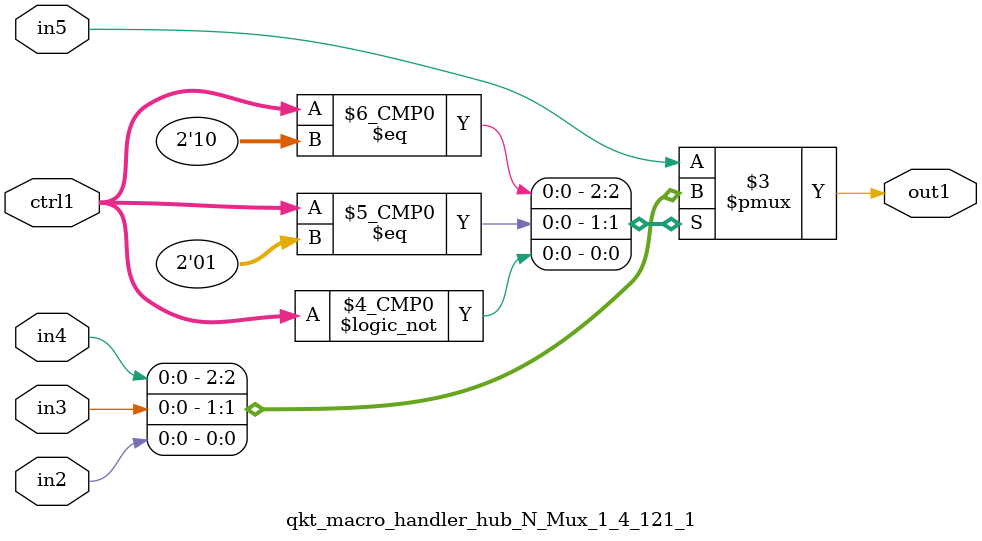
<source format=v>

`timescale 1ps / 1ps


module qkt_macro_handler_hub_N_Mux_1_4_121_1( in5, in4, in3, in2, ctrl1, out1 );

    input in5;
    input in4;
    input in3;
    input in2;
    input [1:0] ctrl1;
    output out1;
    reg out1;

    
    // rtl_process:qkt_macro_handler_hub_N_Mux_1_4_121_1/qkt_macro_handler_hub_N_Mux_1_4_121_1_thread_1
    always @*
      begin : qkt_macro_handler_hub_N_Mux_1_4_121_1_thread_1
        case (ctrl1) 
          2'd2: 
            begin
              out1 = in4;
            end
          2'd1: 
            begin
              out1 = in3;
            end
          2'd0: 
            begin
              out1 = in2;
            end
          default: 
            begin
              out1 = in5;
            end
        endcase
      end

endmodule


</source>
